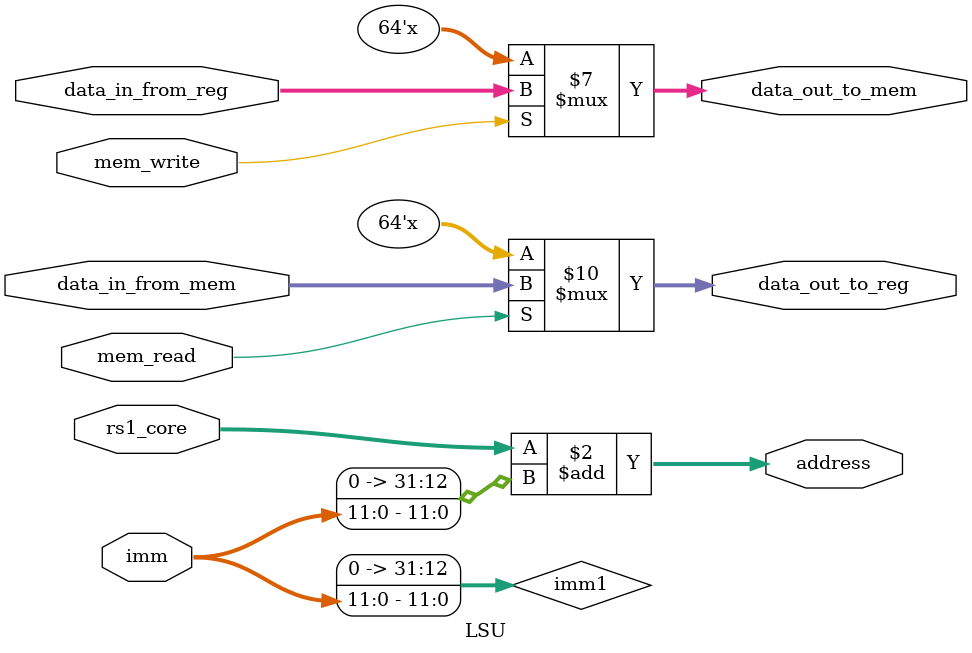
<source format=sv>
module LSU #(
    parameter REG_WIDTH =64)(
    input logic [REG_WIDTH-1:0] data_in_from_mem,
    input logic [REG_WIDTH-1:0] data_in_from_reg,
    input logic [11:0] imm,
    input logic [31:0] rs1_core,
    input logic mem_read,mem_write,
    output logic [31:0] address,
    output logic [REG_WIDTH-1:0] data_out_to_reg,
    output logic [REG_WIDTH-1:0] data_out_to_mem
    );
    
    (*dont_touch = "yes" *)logic [31:0] imm1;  
    
    always@(*) begin
        imm1[11:0] = imm;
        imm1[31:12] = 20'b00000000000000000000;
        address = rs1_core + imm1;
    end

    
    
    
    always @(*) begin
        if(mem_read == 1'b1) begin
            data_out_to_reg = data_in_from_mem;
        end
        if(mem_write == 1'b1) begin
            data_out_to_mem = data_in_from_reg;
        end
        $display("data_out_to_reg=%h",data_out_to_reg);
    end
endmodule
</source>
